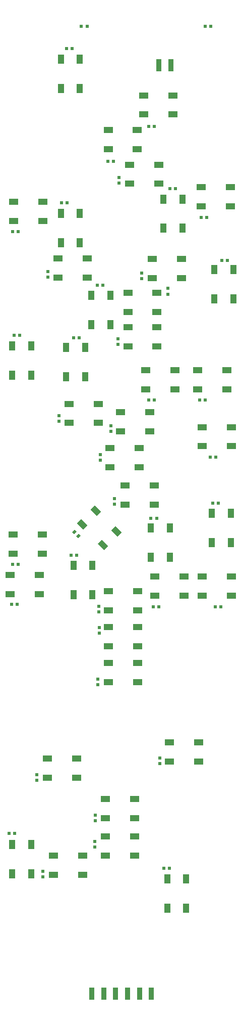
<source format=gbs>
G04 #@! TF.GenerationSoftware,KiCad,Pcbnew,5.1.5+dfsg1-2build2*
G04 #@! TF.CreationDate,2021-12-29T18:43:09+01:00*
G04 #@! TF.ProjectId,wall,77616c6c-2e6b-4696-9361-645f70636258,rev?*
G04 #@! TF.SameCoordinates,Original*
G04 #@! TF.FileFunction,Soldermask,Bot*
G04 #@! TF.FilePolarity,Negative*
%FSLAX46Y46*%
G04 Gerber Fmt 4.6, Leading zero omitted, Abs format (unit mm)*
G04 Created by KiCad (PCBNEW 5.1.5+dfsg1-2build2) date 2021-12-29 18:43:09*
%MOMM*%
%LPD*%
G04 APERTURE LIST*
%ADD10R,0.890000X2.030000*%
%ADD11R,0.500000X0.600000*%
%ADD12R,1.000000X1.500000*%
%ADD13R,1.500000X1.000000*%
%ADD14R,0.600000X0.500000*%
%ADD15C,0.100000*%
G04 APERTURE END LIST*
D10*
X126250000Y-28515000D03*
X128250000Y-28515000D03*
D11*
X114190000Y-22000000D03*
X113250000Y-22000000D03*
X134970000Y-22000000D03*
X134030000Y-22000000D03*
D12*
X109800000Y-27550000D03*
X113000000Y-27550000D03*
X109800000Y-32450000D03*
X113000000Y-32450000D03*
D13*
X123750000Y-36800000D03*
X123750000Y-33600000D03*
X128650000Y-36800000D03*
X128650000Y-33600000D03*
X117750000Y-42600000D03*
X117750000Y-39400000D03*
X122650000Y-42600000D03*
X122650000Y-39400000D03*
X121350000Y-48400000D03*
X121350000Y-45200000D03*
X126250000Y-48400000D03*
X126250000Y-45200000D03*
X133350000Y-52200000D03*
X133350000Y-49000000D03*
X138250000Y-52200000D03*
X138250000Y-49000000D03*
D12*
X127000000Y-50950000D03*
X130200000Y-50950000D03*
X127000000Y-55850000D03*
X130200000Y-55850000D03*
D13*
X101850000Y-54600000D03*
X101850000Y-51400000D03*
X106750000Y-54600000D03*
X106750000Y-51400000D03*
D12*
X109800000Y-53350000D03*
X113000000Y-53350000D03*
X109800000Y-58250000D03*
X113000000Y-58250000D03*
D13*
X125150000Y-64200000D03*
X125150000Y-61000000D03*
X130050000Y-64200000D03*
X130050000Y-61000000D03*
X109300000Y-64100000D03*
X109300000Y-60900000D03*
X114200000Y-64100000D03*
X114200000Y-60900000D03*
D12*
X135600000Y-62750000D03*
X138800000Y-62750000D03*
X135600000Y-67650000D03*
X138800000Y-67650000D03*
D13*
X121050000Y-69850000D03*
X121050000Y-66650000D03*
X125950000Y-69850000D03*
X125950000Y-66650000D03*
D12*
X114900000Y-67050000D03*
X118100000Y-67050000D03*
X114900000Y-71950000D03*
X118100000Y-71950000D03*
D13*
X121050000Y-75600000D03*
X121050000Y-72400000D03*
X125950000Y-75600000D03*
X125950000Y-72400000D03*
D12*
X110650000Y-75800000D03*
X113850000Y-75800000D03*
X110650000Y-80700000D03*
X113850000Y-80700000D03*
X101650000Y-75550000D03*
X104850000Y-75550000D03*
X101650000Y-80450000D03*
X104850000Y-80450000D03*
X101650000Y-159050000D03*
X104850000Y-159050000D03*
X101650000Y-163950000D03*
X104850000Y-163950000D03*
D14*
X116300000Y-122730000D03*
X116300000Y-123670000D03*
X116000000Y-131330000D03*
X116000000Y-132270000D03*
X105800000Y-147330000D03*
X105800000Y-148270000D03*
X126400000Y-144530000D03*
X126400000Y-145470000D03*
X115500000Y-158530000D03*
X115500000Y-159470000D03*
X115600000Y-154130000D03*
X115600000Y-155070000D03*
X116400000Y-93730000D03*
X116400000Y-94670000D03*
X109500000Y-87230000D03*
X109500000Y-88170000D03*
D11*
X102870000Y-73800000D03*
X101930000Y-73800000D03*
D14*
X106800000Y-163530000D03*
X106800000Y-164470000D03*
D11*
X126270000Y-119200000D03*
X125330000Y-119200000D03*
D14*
X118200000Y-88930000D03*
X118200000Y-89870000D03*
D11*
X112870000Y-74200000D03*
X111930000Y-74200000D03*
X136670000Y-119200000D03*
X135730000Y-119200000D03*
X135800000Y-94200000D03*
X134860000Y-94200000D03*
X128070000Y-163000000D03*
X127130000Y-163000000D03*
X102070000Y-157200000D03*
X101130000Y-157200000D03*
D13*
X132800000Y-82850000D03*
X132800000Y-79650000D03*
X137700000Y-82850000D03*
X137700000Y-79650000D03*
X124050000Y-82850000D03*
X124050000Y-79650000D03*
X128950000Y-82850000D03*
X128950000Y-79650000D03*
X111200000Y-88450000D03*
X111200000Y-85250000D03*
X116100000Y-88450000D03*
X116100000Y-85250000D03*
X119800000Y-89850000D03*
X119800000Y-86650000D03*
X124700000Y-89850000D03*
X124700000Y-86650000D03*
X133550000Y-92350000D03*
X133550000Y-89150000D03*
X138450000Y-92350000D03*
X138450000Y-89150000D03*
X118050000Y-95850000D03*
X118050000Y-92650000D03*
X122950000Y-95850000D03*
X122950000Y-92650000D03*
X120550000Y-102100000D03*
X120550000Y-98900000D03*
X125450000Y-102100000D03*
X125450000Y-98900000D03*
D12*
X135150000Y-103550000D03*
X138350000Y-103550000D03*
X135150000Y-108450000D03*
X138350000Y-108450000D03*
D15*
G36*
X112502335Y-105222182D02*
G01*
X113209441Y-104515076D01*
X114270101Y-105575736D01*
X113562995Y-106282842D01*
X112502335Y-105222182D01*
G37*
G36*
X114765076Y-102959441D02*
G01*
X115472182Y-102252335D01*
X116532842Y-103312995D01*
X115825736Y-104020101D01*
X114765076Y-102959441D01*
G37*
G36*
X115967158Y-108687005D02*
G01*
X116674264Y-107979899D01*
X117734924Y-109040559D01*
X117027818Y-109747665D01*
X115967158Y-108687005D01*
G37*
G36*
X118229899Y-106424264D02*
G01*
X118937005Y-105717158D01*
X119997665Y-106777818D01*
X119290559Y-107484924D01*
X118229899Y-106424264D01*
G37*
D12*
X124900000Y-106050000D03*
X128100000Y-106050000D03*
X124900000Y-110950000D03*
X128100000Y-110950000D03*
D13*
X101800000Y-110350000D03*
X101800000Y-107150000D03*
X106700000Y-110350000D03*
X106700000Y-107150000D03*
X101300000Y-117100000D03*
X101300000Y-113900000D03*
X106200000Y-117100000D03*
X106200000Y-113900000D03*
D12*
X111900000Y-112300000D03*
X115100000Y-112300000D03*
X111900000Y-117200000D03*
X115100000Y-117200000D03*
D13*
X133550000Y-117350000D03*
X133550000Y-114150000D03*
X138450000Y-117350000D03*
X138450000Y-114150000D03*
X125550000Y-117350000D03*
X125550000Y-114150000D03*
X130450000Y-117350000D03*
X130450000Y-114150000D03*
X117800000Y-119850000D03*
X117800000Y-116650000D03*
X122700000Y-119850000D03*
X122700000Y-116650000D03*
X117800000Y-125850000D03*
X117800000Y-122650000D03*
X122700000Y-125850000D03*
X122700000Y-122650000D03*
X117800000Y-131850000D03*
X117800000Y-128650000D03*
X122700000Y-131850000D03*
X122700000Y-128650000D03*
X128050000Y-145100000D03*
X128050000Y-141900000D03*
X132950000Y-145100000D03*
X132950000Y-141900000D03*
X107550000Y-147850000D03*
X107550000Y-144650000D03*
X112450000Y-147850000D03*
X112450000Y-144650000D03*
X117300000Y-154600000D03*
X117300000Y-151400000D03*
X122200000Y-154600000D03*
X122200000Y-151400000D03*
X117300000Y-160850000D03*
X117300000Y-157650000D03*
X122200000Y-160850000D03*
X122200000Y-157650000D03*
X108550000Y-164100000D03*
X108550000Y-160900000D03*
X113450000Y-164100000D03*
X113450000Y-160900000D03*
D12*
X127650000Y-164800000D03*
X130850000Y-164800000D03*
X127650000Y-169700000D03*
X130850000Y-169700000D03*
D14*
X123400000Y-63330000D03*
X123400000Y-64270000D03*
D11*
X116870000Y-65400000D03*
X115930000Y-65400000D03*
D14*
X107600000Y-63130000D03*
X107600000Y-64070000D03*
D11*
X110870000Y-51600000D03*
X109930000Y-51600000D03*
X129070000Y-49200000D03*
X128130000Y-49200000D03*
X134270000Y-54000000D03*
X133330000Y-54000000D03*
X102670000Y-56400000D03*
X101730000Y-56400000D03*
X125470000Y-38800000D03*
X124530000Y-38800000D03*
D14*
X119600000Y-47330000D03*
X119600000Y-48270000D03*
D11*
X118670000Y-44600000D03*
X117730000Y-44600000D03*
D14*
X127800000Y-65930000D03*
X127800000Y-66870000D03*
D11*
X136270000Y-101900000D03*
X135330000Y-101900000D03*
D14*
X119400000Y-74330000D03*
X119400000Y-75270000D03*
D11*
X137770000Y-61200000D03*
X136830000Y-61200000D03*
X125470000Y-84600000D03*
X124530000Y-84600000D03*
X102670000Y-112100000D03*
X101730000Y-112100000D03*
X134070000Y-84600000D03*
X133130000Y-84600000D03*
X102470000Y-118800000D03*
X101530000Y-118800000D03*
X125870000Y-104400000D03*
X124930000Y-104400000D03*
X112470000Y-110600000D03*
X111530000Y-110600000D03*
D15*
G36*
X112343431Y-107367695D02*
G01*
X112767695Y-106943431D01*
X113121249Y-107296985D01*
X112696985Y-107721249D01*
X112343431Y-107367695D01*
G37*
G36*
X111678751Y-106703015D02*
G01*
X112103015Y-106278751D01*
X112456569Y-106632305D01*
X112032305Y-107056569D01*
X111678751Y-106703015D01*
G37*
D14*
X118800000Y-101130000D03*
X118800000Y-102070000D03*
X116200000Y-119130000D03*
X116200000Y-120070000D03*
D11*
X111670000Y-25800000D03*
X110730000Y-25800000D03*
D10*
X125000000Y-183985000D03*
X123000000Y-183985000D03*
X121000000Y-183985000D03*
X119000000Y-183985000D03*
X117000000Y-183985000D03*
X115000000Y-183985000D03*
M02*

</source>
